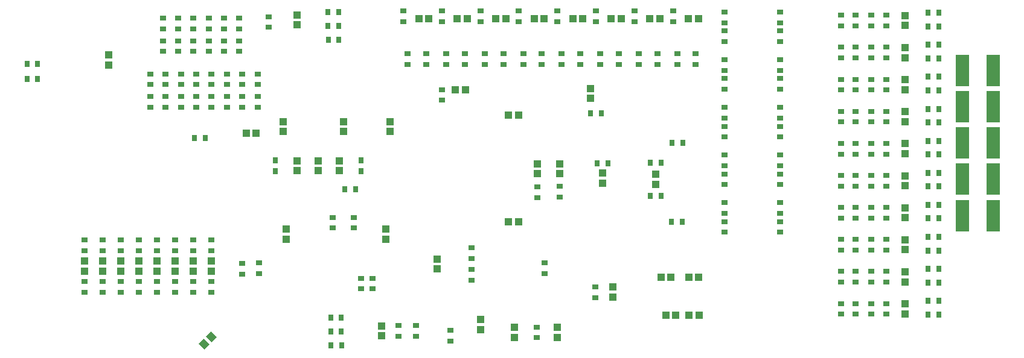
<source format=gbr>
%TF.GenerationSoftware,Altium Limited,Altium Designer,22.4.2 (48)*%
G04 Layer_Color=128*
%FSLAX45Y45*%
%MOMM*%
%TF.SameCoordinates,3A7B4B19-9BDF-4AC5-8A71-DEF6C9DA19E2*%
%TF.FilePolarity,Positive*%
%TF.FileFunction,Paste,Bot*%
%TF.Part,Single*%
G01*
G75*
%TA.AperFunction,SMDPad,CuDef*%
%ADD28R,1.05000X1.10000*%
%ADD49R,1.10000X1.05000*%
%ADD62R,0.90000X0.70000*%
%ADD69R,0.70000X0.90000*%
%ADD101R,0.70000X0.85000*%
G04:AMPARAMS|DCode=102|XSize=1.1mm|YSize=1.05mm|CornerRadius=0mm|HoleSize=0mm|Usage=FLASHONLY|Rotation=315.000|XOffset=0mm|YOffset=0mm|HoleType=Round|Shape=Rectangle|*
%AMROTATEDRECTD102*
4,1,4,-0.76014,0.01768,-0.01768,0.76014,0.76014,-0.01768,0.01768,-0.76014,-0.76014,0.01768,0.0*
%
%ADD102ROTATEDRECTD102*%

%ADD103R,1.90000X4.44000*%
%TA.AperFunction,ConnectorPad*%
%ADD104R,0.70000X0.90000*%
D28*
X12260001Y2120000D02*
D03*
X12124999Y1590002D02*
D03*
X11870001Y2124999D02*
D03*
X11940001Y1590001D02*
D03*
X8850000Y4755000D02*
D03*
X9735000Y4400000D02*
D03*
X5915000Y4145000D02*
D03*
X9735000Y2905000D02*
D03*
X6055000Y4145000D02*
D03*
X11730002Y2124999D02*
D03*
X12120002Y2120000D02*
D03*
X11800002Y1590001D02*
D03*
X12264998Y1590002D02*
D03*
X8335000Y5755000D02*
D03*
X8475000D02*
D03*
X9595000Y4400000D02*
D03*
Y2905000D02*
D03*
X8990000Y4755000D02*
D03*
X9415000Y5755000D02*
D03*
X9554999D02*
D03*
X9955000D02*
D03*
X10094999D02*
D03*
X8875000D02*
D03*
X9014999D02*
D03*
X11035000D02*
D03*
X11174999D02*
D03*
X12114999D02*
D03*
X12254999D02*
D03*
X10495000D02*
D03*
X10634999D02*
D03*
X11574999D02*
D03*
X11714999D02*
D03*
D49*
X5430001Y2350000D02*
D03*
X5175001Y2350000D02*
D03*
X4920001D02*
D03*
X4665001D02*
D03*
X4410001D02*
D03*
X4155001D02*
D03*
X3900001D02*
D03*
X3645001D02*
D03*
X15157500Y5799994D02*
D03*
X15157500Y5349994D02*
D03*
Y4899994D02*
D03*
Y4449994D02*
D03*
Y3999994D02*
D03*
Y3550000D02*
D03*
Y3099995D02*
D03*
Y2649995D02*
D03*
Y2200000D02*
D03*
Y1749995D02*
D03*
X11660000Y3570000D02*
D03*
X10747500Y4637500D02*
D03*
X6625000Y5670000D02*
D03*
X10310000Y3580000D02*
D03*
X9995000D02*
D03*
X7930000Y4310000D02*
D03*
X7280000D02*
D03*
X3985000Y5105000D02*
D03*
X6430000Y4310000D02*
D03*
X10914999Y3445001D02*
D03*
X8595000Y2240000D02*
D03*
X7875000Y2660000D02*
D03*
X11055000Y1845000D02*
D03*
X10280000Y1420000D02*
D03*
X9677500D02*
D03*
X9200000Y1530000D02*
D03*
X7815000Y1440000D02*
D03*
X6475000Y2660000D02*
D03*
X5430001Y2210000D02*
D03*
X4155001D02*
D03*
X5175001D02*
D03*
X4665001D02*
D03*
X4920001D02*
D03*
X4410001D02*
D03*
X3900001D02*
D03*
X3645001D02*
D03*
X6625000Y5810000D02*
D03*
X9200000Y1390000D02*
D03*
X9677500Y1280000D02*
D03*
X10280000D02*
D03*
X15157500Y5659994D02*
D03*
X10310000Y3720000D02*
D03*
X9995000D02*
D03*
X8595000Y2380000D02*
D03*
X7815000Y1300000D02*
D03*
X10914999Y3585001D02*
D03*
X6925000Y3620000D02*
D03*
Y3760000D02*
D03*
X7225000Y3620000D02*
D03*
Y3760000D02*
D03*
X11055000Y1985000D02*
D03*
X11660000Y3430000D02*
D03*
X10747500Y4777500D02*
D03*
X3985000Y5245000D02*
D03*
X7280000Y4170000D02*
D03*
X6475000Y2800000D02*
D03*
X6430000Y4170000D02*
D03*
X7930000D02*
D03*
X7875000Y2800000D02*
D03*
X6625000Y3620000D02*
D03*
Y3760000D02*
D03*
X15157500Y2959995D02*
D03*
Y1609995D02*
D03*
Y3409995D02*
D03*
Y2509995D02*
D03*
Y4309994D02*
D03*
Y5209994D02*
D03*
Y3859995D02*
D03*
Y2059995D02*
D03*
Y4759994D02*
D03*
D62*
X6230000Y5785000D02*
D03*
Y5635000D02*
D03*
X5430001Y1915000D02*
D03*
X5175001D02*
D03*
X4920001D02*
D03*
X4665001D02*
D03*
X4410001D02*
D03*
X4155001D02*
D03*
X3900001D02*
D03*
X3645001D02*
D03*
X5430001Y2065000D02*
D03*
Y2495000D02*
D03*
X5175001Y2065000D02*
D03*
Y2495000D02*
D03*
X4920001Y2065000D02*
D03*
Y2495000D02*
D03*
X4665001Y2065000D02*
D03*
Y2495000D02*
D03*
X4410001Y2065000D02*
D03*
Y2495000D02*
D03*
X4155001Y2065000D02*
D03*
Y2495000D02*
D03*
X3900001D02*
D03*
Y2065000D02*
D03*
X3645001Y2495000D02*
D03*
Y2065000D02*
D03*
X14682500Y5804994D02*
D03*
X14682501Y5354995D02*
D03*
Y4904995D02*
D03*
Y4454995D02*
D03*
Y4004995D02*
D03*
Y3554990D02*
D03*
Y3104996D02*
D03*
Y2654996D02*
D03*
Y2204991D02*
D03*
Y1754996D02*
D03*
X5820000Y5295000D02*
D03*
X5605000D02*
D03*
X5175000D02*
D03*
X5390000D02*
D03*
X4745000D02*
D03*
X4960000D02*
D03*
X5860001Y4510000D02*
D03*
X5645001D02*
D03*
X6075001D02*
D03*
X5430001D02*
D03*
X5215000D02*
D03*
X4785000D02*
D03*
X5000000D02*
D03*
X4570000D02*
D03*
X10100000Y2175000D02*
D03*
X8055000Y1295000D02*
D03*
X6095000Y2325000D02*
D03*
X7690000Y1960000D02*
D03*
X5430001Y2645000D02*
D03*
X4920001D02*
D03*
X5175001D02*
D03*
X4155001D02*
D03*
X4410001D02*
D03*
X3900001D02*
D03*
X3645001D02*
D03*
X4665001D02*
D03*
X8663749Y4610000D02*
D03*
Y4760000D02*
D03*
X10100000Y2325000D02*
D03*
X8775000Y1375000D02*
D03*
Y1225000D02*
D03*
X9992500Y1425000D02*
D03*
Y1275000D02*
D03*
X14682500Y5654994D02*
D03*
X14889999Y5654994D02*
D03*
Y5804994D02*
D03*
X14255000Y5654994D02*
D03*
Y5804994D02*
D03*
X14460001Y5654995D02*
D03*
Y5804994D02*
D03*
X4745000Y5765000D02*
D03*
Y5615000D02*
D03*
Y5445000D02*
D03*
X5860001Y4830000D02*
D03*
X5645001D02*
D03*
X5430001D02*
D03*
X5215000D02*
D03*
X5000000D02*
D03*
X4785000D02*
D03*
X4570000D02*
D03*
X5860001Y4660000D02*
D03*
X5645001D02*
D03*
X5430001D02*
D03*
X5215000D02*
D03*
X5000000D02*
D03*
X4785000D02*
D03*
X4570000D02*
D03*
X5820000Y5615000D02*
D03*
Y5445000D02*
D03*
X5605000Y5615000D02*
D03*
Y5445000D02*
D03*
X5390000Y5615000D02*
D03*
Y5445000D02*
D03*
X5175000Y5615000D02*
D03*
Y5445000D02*
D03*
X4960000Y5615000D02*
D03*
Y5445000D02*
D03*
X5860001Y4980000D02*
D03*
X5000000D02*
D03*
X5430001D02*
D03*
X4785000D02*
D03*
X5605000Y5765000D02*
D03*
X5175000D02*
D03*
X5215000Y4980000D02*
D03*
X4570000D02*
D03*
X5820000Y5765000D02*
D03*
X5390000D02*
D03*
X5645001Y4980000D02*
D03*
X4960000Y5765000D02*
D03*
X6075001Y4980000D02*
D03*
Y4830000D02*
D03*
Y4660000D02*
D03*
X10310000Y3250000D02*
D03*
Y3400000D02*
D03*
X9995000Y3390000D02*
D03*
Y3240000D02*
D03*
X8120000Y5864999D02*
D03*
Y5715002D02*
D03*
X14460001Y5354996D02*
D03*
X14255000Y5354995D02*
D03*
X14460001Y4904996D02*
D03*
X14255000Y4904996D02*
D03*
X14460001Y4454991D02*
D03*
X14255000Y4454991D02*
D03*
X14460001Y4004996D02*
D03*
X14255000Y4004996D02*
D03*
X14460001Y3554996D02*
D03*
X14255000Y3554996D02*
D03*
X14460001Y2654996D02*
D03*
X14255000Y2654996D02*
D03*
X14460001Y2204997D02*
D03*
X14255000Y2204996D02*
D03*
X14460001Y1754992D02*
D03*
X14255000Y1754991D02*
D03*
X14460001Y3104991D02*
D03*
X14255000Y3104991D02*
D03*
X8300000Y1445000D02*
D03*
Y1295000D02*
D03*
X8055000Y1445000D02*
D03*
X7525000Y2110000D02*
D03*
Y1960000D02*
D03*
X7690000Y2110000D02*
D03*
X7425000Y2815000D02*
D03*
Y2965000D02*
D03*
X7125000Y2965000D02*
D03*
Y2815000D02*
D03*
X10810000Y1840000D02*
D03*
Y1990000D02*
D03*
X6095000Y2175000D02*
D03*
X5855000Y2170000D02*
D03*
Y2320000D02*
D03*
X9075000Y2235000D02*
D03*
Y2085000D02*
D03*
X9075000Y2385000D02*
D03*
Y2535000D02*
D03*
X9200000Y5864999D02*
D03*
Y5715002D02*
D03*
X9519999Y5114998D02*
D03*
Y5265001D02*
D03*
X9260000Y5114998D02*
D03*
Y5265001D02*
D03*
X9740000Y5864999D02*
D03*
Y5715002D02*
D03*
X10059999Y5114998D02*
D03*
Y5265001D02*
D03*
X9799999Y5114998D02*
D03*
Y5265001D02*
D03*
X8660000Y5864999D02*
D03*
Y5715002D02*
D03*
X8979999Y5114998D02*
D03*
Y5265001D02*
D03*
X8720000Y5114998D02*
D03*
Y5265001D02*
D03*
X8439999D02*
D03*
Y5114998D02*
D03*
X8180000Y5265001D02*
D03*
Y5114998D02*
D03*
X10819999Y5864999D02*
D03*
Y5715002D02*
D03*
X11139999Y5114998D02*
D03*
Y5265001D02*
D03*
X10879999Y5114998D02*
D03*
Y5265001D02*
D03*
X11899999Y5864999D02*
D03*
Y5715002D02*
D03*
X12219999Y5114998D02*
D03*
Y5265001D02*
D03*
X11959999Y5114998D02*
D03*
Y5265001D02*
D03*
X10280000Y5864999D02*
D03*
Y5715002D02*
D03*
X10599999Y5114998D02*
D03*
Y5265001D02*
D03*
X10339999Y5114998D02*
D03*
Y5265001D02*
D03*
X11359999Y5864999D02*
D03*
Y5715002D02*
D03*
X11679999Y5114998D02*
D03*
Y5265001D02*
D03*
X11419999Y5114998D02*
D03*
Y5265001D02*
D03*
X12625001Y2905000D02*
D03*
Y2755000D02*
D03*
Y3170000D02*
D03*
Y3020000D02*
D03*
X13405000Y2905000D02*
D03*
Y2755000D02*
D03*
Y3170000D02*
D03*
Y3020000D02*
D03*
X12625001Y3575000D02*
D03*
Y3425000D02*
D03*
Y3840000D02*
D03*
Y3690000D02*
D03*
X13405000Y3575000D02*
D03*
Y3425000D02*
D03*
Y3840000D02*
D03*
Y3690000D02*
D03*
X12625001Y4245000D02*
D03*
Y4095000D02*
D03*
Y4510000D02*
D03*
Y4360000D02*
D03*
X13405000Y4245000D02*
D03*
Y4095000D02*
D03*
Y4510000D02*
D03*
Y4360000D02*
D03*
X12625001Y4915000D02*
D03*
Y4765000D02*
D03*
Y5180000D02*
D03*
Y5030000D02*
D03*
X13405000Y4915000D02*
D03*
Y4765000D02*
D03*
Y5180000D02*
D03*
Y5030000D02*
D03*
X12625001Y5585000D02*
D03*
Y5435000D02*
D03*
Y5850000D02*
D03*
Y5700000D02*
D03*
X13405000Y5850000D02*
D03*
Y5700000D02*
D03*
Y5585000D02*
D03*
Y5435000D02*
D03*
X14682501Y1604999D02*
D03*
X14890001Y1604994D02*
D03*
Y1754991D02*
D03*
X14255000Y1604994D02*
D03*
X14460001Y1604995D02*
D03*
X14682501Y3404993D02*
D03*
X14890001Y3554996D02*
D03*
Y3404999D02*
D03*
X14255000D02*
D03*
X14460001Y3404999D02*
D03*
X14682501Y2504993D02*
D03*
X14890001Y2654996D02*
D03*
Y2504994D02*
D03*
X14255000D02*
D03*
X14460001Y2504994D02*
D03*
X14682501Y4304998D02*
D03*
X14890001Y4454991D02*
D03*
Y4304993D02*
D03*
X14255000D02*
D03*
X14460001Y4304994D02*
D03*
X14682501Y5204993D02*
D03*
X14890001Y5354995D02*
D03*
Y5204993D02*
D03*
X14255000D02*
D03*
X14460001Y5204993D02*
D03*
X14682501Y2954998D02*
D03*
X14890001Y3104991D02*
D03*
Y2954994D02*
D03*
X14255000D02*
D03*
X14460001Y2954994D02*
D03*
X14682501Y3854993D02*
D03*
X14890001Y4004996D02*
D03*
Y3854994D02*
D03*
X14255000D02*
D03*
X14460001Y3854994D02*
D03*
X14682501Y2054994D02*
D03*
X14890001Y2204996D02*
D03*
Y2054999D02*
D03*
X14255000D02*
D03*
X14460001Y2054999D02*
D03*
X14682501Y4754993D02*
D03*
X14890001Y4904996D02*
D03*
Y4754993D02*
D03*
X14255000D02*
D03*
X14460001Y4754994D02*
D03*
D69*
X5340000Y4080000D02*
D03*
X15630000Y5839994D02*
D03*
X15629999Y5649997D02*
D03*
X15630000Y5389996D02*
D03*
Y4939996D02*
D03*
X15630000Y5199998D02*
D03*
Y4749999D02*
D03*
X15630000Y4489996D02*
D03*
X15630000Y4299999D02*
D03*
X15630000Y4039996D02*
D03*
X15630000Y3849999D02*
D03*
X15629996Y3589996D02*
D03*
X15629996Y3399999D02*
D03*
X15630000Y3139996D02*
D03*
X15630000Y2949999D02*
D03*
X15630000Y2689996D02*
D03*
X15630000Y2499999D02*
D03*
X15629996Y2239997D02*
D03*
X15629996Y2049999D02*
D03*
X15630000Y1789997D02*
D03*
X15630000Y1600000D02*
D03*
X5190000Y4080000D02*
D03*
X7105000Y1169999D02*
D03*
X7255000D02*
D03*
X7100000Y1365000D02*
D03*
X7250000D02*
D03*
X7250000Y1559999D02*
D03*
X7100000D02*
D03*
X15480000Y5839994D02*
D03*
X15480000Y5649997D02*
D03*
X11880000Y2905000D02*
D03*
X12030000D02*
D03*
X11885000Y4015000D02*
D03*
X12035000D02*
D03*
X10747500Y4427500D02*
D03*
X10897500D02*
D03*
X10835000Y3725000D02*
D03*
X10985000D02*
D03*
X11735000Y3729997D02*
D03*
X11585000D02*
D03*
X11585000Y3269998D02*
D03*
X11735000Y3269998D02*
D03*
X2990000Y5125000D02*
D03*
X2840000D02*
D03*
X2990000Y4910000D02*
D03*
X2840000Y4910000D02*
D03*
X7300000Y3360000D02*
D03*
X7450000D02*
D03*
X7215000Y5461361D02*
D03*
X7065000Y5461361D02*
D03*
X7210000Y5656361D02*
D03*
X7060000Y5656361D02*
D03*
X15480003Y1789997D02*
D03*
X15480003Y1600000D02*
D03*
X15479999Y3589996D02*
D03*
X15479997Y3399999D02*
D03*
X15479999Y2689996D02*
D03*
X15479997Y2499999D02*
D03*
X15480003Y4489996D02*
D03*
X15480003Y4299999D02*
D03*
X15479999Y5389996D02*
D03*
X15479997Y5199998D02*
D03*
X15480003Y3139996D02*
D03*
X15480003Y2949999D02*
D03*
X15479999Y4039996D02*
D03*
X15479997Y3849999D02*
D03*
X15479999Y2239997D02*
D03*
X15479997Y2049999D02*
D03*
X15479999Y4939996D02*
D03*
X15479997Y4749999D02*
D03*
D101*
X6325000Y3767500D02*
D03*
Y3612500D02*
D03*
X7525000Y3767500D02*
D03*
Y3612500D02*
D03*
D102*
X5325502Y1185503D02*
D03*
X5424497Y1284498D02*
D03*
D103*
X16387500Y5031800D02*
D03*
X15962500Y5031800D02*
D03*
X16387500Y4521800D02*
D03*
X15962500D02*
D03*
X16387500Y4011799D02*
D03*
X15962500D02*
D03*
X16387500Y3501800D02*
D03*
X15962500D02*
D03*
X16387500Y2991799D02*
D03*
X15962500D02*
D03*
D104*
X7060000Y5851361D02*
D03*
X7210000Y5851361D02*
D03*
%TF.MD5,64fa24461c8473f3661670af48b70b25*%
M02*

</source>
